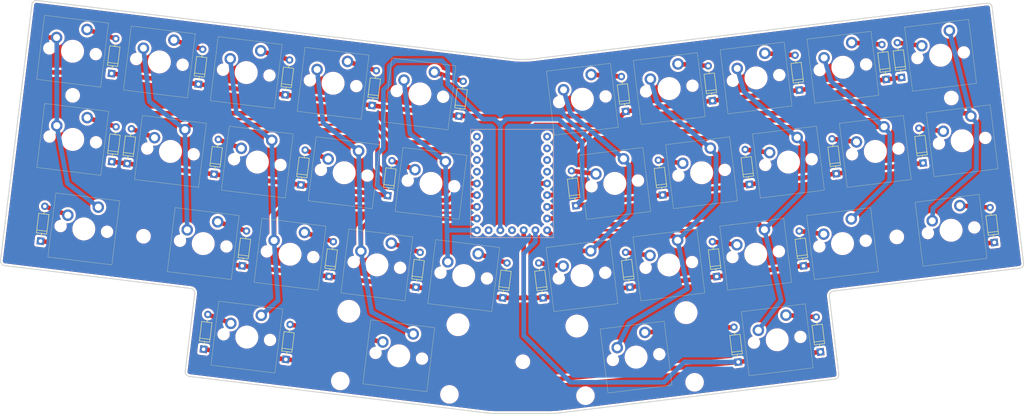
<source format=kicad_pcb>
(kicad_pcb (version 20211014) (generator pcbnew)
  (layers (0 "F.Cu" signal) (31 "B.Cu" signal) (34 "B.Paste" user) (35 "F.Paste" user) (36 "B.SilkS" user "B.Silkscreen") (37 "F.SilkS" user "F.Silkscreen") (38 "B.Mask" user) (39 "F.Mask" user) (44 "Edge.Cuts" user))
  (net 0 "")
  (net 1 "l3")
  (net 2 "Net-(D5-Pad2)")
  (net 3 "Net-(D7-Pad2)")
  (net 4 "Net-(D9-Pad2)")
  (net 5 "Net-(D10-Pad2)")
  (net 6 "l2")
  (net 7 "Net-(D18-Pad2)")
  (net 8 "Net-(D19-Pad2)")
  (net 9 "Net-(D20-Pad2)")
  (net 10 "l0")
  (net 11 "l1")
  (net 12 "Net-(D22-Pad2)")
  (net 13 "Net-(D23-Pad2)")
  (net 14 "Net-(D24-Pad2)")
  (net 15 "Net-(D25-Pad2)")
  (net 16 "Net-(D26-Pad2)")
  (net 17 "Net-(D27-Pad2)")
  (net 18 "Net-(D30-Pad2)")
  (net 19 "Net-(D1-Pad1)")
  (net 20 "Net-(D32-Pad2)")
  (net 21 "Net-(D34-Pad2)")
  (net 22 "GND")
  (net 23 "c0")
  (net 24 "c1")
  (net 25 "c2")
  (net 26 "c3")
  (net 27 "c4")
  (net 28 "c5")
  (net 29 "c6")
  (net 30 "c7")
  (net 31 "c8")
  (net 32 "c9")
  (net 33 "Net-(D12-Pad2)")
  (net 36 "Net-(D21-Pad2)")
  (net 37 "Net-(D6-Pad2)")
  (net 40 "Net-(D8-Pad2)")
  (net 41 "Net-(D13-Pad2)")
  (net 42 "Net-(D14-Pad2)")
  (net 43 "Net-(D15-Pad2)")
  (net 44 "Net-(D16-Pad2)")
  (net 45 "Net-(D28-Pad2)")
  (net 46 "Net-(D33-Pad2)")
  (net 51 "Net-(D31-Pad2)")
  (net 52 "Net-(SW1-Pad1)")
  (net 53 "Net-(SW2-Pad1)")
  (net 54 "Net-(SW3-Pad1)")
  (net 55 "Net-(SW4-Pad1)")
  (net 56 "Net-(SW17-Pad2)")
  (net 57 "Net-(SW29-Pad2)")
  (net 58 "Net-(SW11-Pad1)")
  (footprint "keyb-libs:MX-5pin" (layer "F.Cu") (at 245.348381 105.087593 7)
    (fp_text reference "SW30" hide)
    (fp_text value "key" hide)
  )
  (footprint "keyb-libs:MX-5pin" (layer "F.Cu") (at 132.400644 94.912406 -7)
    (fp_text reference "SW15" hide)
    (fp_text value "key" hide)
  )
  (footprint "keyb-libs:Diode" (layer "F.Cu") (at 123.003406 97.551418 83)
    (fp_text reference "D15" hide)
    (fp_text value "Diode" hide)
  )
  (footprint "keyb-libs:MX-5pin" (layer "F.Cu") (at 92.284813 70.844115 -7)
    (fp_text reference "SW3" hide)
    (fp_text value "key" hide)
  )
  (footprint "keyb-libs:Diode" (layer "F.Cu") (at 239.278865 90.482996 97)
    (fp_text reference "D20" hide)
    (fp_text value "Diode" hide)
  )
  (footprint "keyb-libs:MX-5pin" (layer "F.Cu") (at 94.68389 90.281371 -7)
    (fp_text reference "SW13" hide)
    (fp_text value "key" hide)
  )
  (footprint "keyb-libs:MX-5pin" (layer "F.Cu") (at 221.77541 107.98199 7)
    (fp_text reference "SW29" hide)
    (fp_text value "key" hide)
  )
  (footprint "keyb-libs:Diode" (layer "F.Cu") (at 199.121255 133.699104 97)
    (fp_text reference "D33" hide)
    (fp_text value "Diode" hide)
  )
  (footprint "keyb-libs:MX-5pin" (layer "F.Cu") (at 184.142215 74.317392 7)
    (fp_text reference "SW7" hide)
    (fp_text value "key" hide)
  )
  (footprint "keyb-libs:MX-5pin" (layer "F.Cu") (at 82.939184 107.98199 -7)
    (fp_text reference "SW22" hide)
    (fp_text value "key" hide)
  )
  (footprint "keyb-libs:MX-5pin" (layer "F.Cu") (at 228.88908 87.965854 7)
    (fp_text reference "SW19" hide)
    (fp_text value "key" hide)
  )
  (footprint "keyb-libs:Diode" (layer "F.Cu") (at 212.39783 74.640885 97)
    (fp_text reference "D8" hide)
    (fp_text value "Diode" hide)
  )
  (footprint "keyb-libs:MX-5pin" (layer "F.Cu") (at 184.058656 112.613025 7)
    (fp_text reference "SW27" hide)
    (fp_text value "key" hide)
  )
  (footprint "keyb-libs:MX-5pin" (layer "F.Cu") (at 111.14319 73.159633 -7)
    (fp_text reference "SW4" hide)
    (fp_text value "key" hide)
  )
  (footprint "keyb-libs:Diode" (layer "F.Cu") (at 220.420488 92.798513 97)
    (fp_text reference "D19" hide)
    (fp_text value "Diode" hide)
  )
  (footprint "MountingHole:MountingHole_2.2mm_M2" (layer "F.Cu") (at 69.97405 106.390072)
    (fp_text reference "H1" hide)
    (fp_text value "MountingHole" hide)
  )
  (footprint "keyb-libs:Diode" (layer "F.Cu") (at 194.44844 115.130167 97)
    (fp_text reference "D28" hide)
    (fp_text value "Diode" hide)
  )
  (footprint "keyb-libs:MX-5pin" (layer "F.Cu") (at 172.31395 94.912407 7)
    (fp_text reference "SW16" hide)
    (fp_text value "key" hide)
  )
  (footprint "keyb-libs:Diode" (layer "F.Cu") (at 163.845357 99.745066 97)
    (fp_text reference "D16" hide)
    (fp_text value "Diode" hide)
  )
  (footprint "keyb-libs:Diode" (layer "F.Cu") (at 119.611783 77.992292 83)
    (fp_text reference "D4" hide)
    (fp_text value "Diode" hide)
  )
  (footprint "keyb-libs:MX-5pin" (layer "F.Cu") (at 207.589847 128.866444 7)
    (fp_text reference "SW34" hide)
    (fp_text value "key" hide)
  )
  (footprint "keyb-libs:MX-5pin" (layer "F.Cu") (at 130.001567 75.47515 -7)
    (fp_text reference "SW5" hide)
    (fp_text value "key" hide)
  )
  (footprint "keyb-libs:Diode" (layer "F.Cu") (at 234.60605 71.914059 97)
    (fp_text reference "D10" hide)
    (fp_text value "Diode" hide)
  )
  (footprint "keyb-libs:MX-5pin" (layer "F.Cu") (at 120.655938 112.613025 -7)
    (fp_text reference "SW24" hide)
    (fp_text value "key" hide)
  )
  (footprint "keyb-libs:MX-5pin" (layer "F.Cu") (at 203.000592 72.001874 7)
    (fp_text reference "SW8" hide)
    (fp_text value "key" hide)
  )
  (footprint "keyb-libs:Diode" (layer "F.Cu") (at 85.286652 92.920383 83)
    (fp_text reference "D13" hide)
    (fp_text value "Diode" hide)
  )
  (footprint "keyb-libs:Diode" (layer "F.Cu") (at 156.731687 119.761202 97)
    (fp_text reference "D26" hide)
    (fp_text value "Diode" hide)
  )
  (footprint "keyb-libs:Diode" (layer "F.Cu") (at 254.745619 107.726604 97)
    (fp_text reference "D30" hide)
    (fp_text value "Diode" hide)
  )
  (footprint "keyb-libs:MX-5pin" (layer "F.Cu") (at 113.542267 92.596889 -7)
    (fp_text reference "SW14" hide)
    (fp_text value "key" hide)
  )
  (footprint "keyb-libs:Diode" (layer "F.Cu") (at 66.428275 90.604865 83)
    (fp_text reference "D12" hide)
    (fp_text value "Diode" hide)
  )
  (footprint "keyb-libs:MX-5pin" (layer "F.Cu") (at 247.747457 85.650337 7)
    (fp_text reference "SW20" hide)
    (fp_text value "key" hide)
  )
  (footprint "keyb-libs:Diode" (layer "F.Cu") (at 63.078432 90.193556 83)
    (fp_text reference "D11" hide)
    (fp_text value "Diode" hide)
  )
  (footprint "keyb-libs:MX-5pin" (layer "F.Cu") (at 243.074643 67.081399 7)
    (fp_text reference "SW10" hide)
    (fp_text value "key" hide)
  )
  (footprint "keyb-libs:Diode" (layer "F.Cu") (at 147.982908 119.761202 83)
    (fp_text reference "D25" hide)
    (fp_text value "Diode" hide)
  )
  (footprint "keyb-libs:Diode" (layer "F.Cu") (at 213.306817 112.814649 97)
    (fp_text reference "D29" hide)
    (fp_text value "Diode" hide)
  )
  (footprint "keyb-libs:Diode" (layer "F.Cu") (at 110.266154 115.130167 83)
    (fp_text reference "D23" hide)
    (fp_text value "Diode" hide)
  )
  (footprint "keyb-libs:MX-5pin" (layer "F.Cu") (at 210.030704 90.281372 7)
    (fp_text reference "SW18" hide)
    (fp_text value "key" hide)
  )
  (footprint "keyb-libs:MX-5pin" (layer "F.Cu") (at 73.426436 68.528598 -7)
    (fp_text reference "SW2" hide)
    (fp_text value "key" hide)
  )
  (footprint "keyb-libs:MX-5pin" (layer "F.Cu") (at 139.514315 114.928542 -7)
    (fp_text reference "SW25" hide)
    (fp_text value "key" hide)
  )
  (footprint "keyb-libs:MX-5pin_stab" (layer "F.Cu") (at 176.944985 132.62916 7)
    (fp_text reference "SW33" hide)
    (fp_text value "key" hide)
  )
  (footprint "MountingHole:MountingHole_2.2mm_M2" (layer "F.Cu") (at 152.357297 133.638334)
    (fp_text reference "H5" hide)
    (fp_text value "MountingHole" hide)
  )
  (footprint "keyb-libs:MX-5pin" (layer "F.Cu") (at 221.858969 69.686357 7)
    (fp_text reference "SW9" hide)
    (fp_text value "key" hide)
  )
  (footprint "keyb-libs:Diode" (layer "F.Cu") (at 138.47016 80.30781 83)
    (fp_text reference "D5" hide)
    (fp_text value "Diode" hide)
  )
  (footprint "keyb-libs:Diode" (layer "F.Cu") (at 91.407777 112.814649 83)
    (fp_text reference "D22" hide)
    (fp_text value "Diode" hide)
  )
  (footprint "keyb-libs:Diode" (layer "F.Cu") (at 193.539453 76.956403 97)
    (fp_text reference "D7" hide)
    (fp_text value "Diode" hide)
  )
  (footprint "keyb-libs:Diode" (layer "F.Cu") (at 129.124531 117.445684 83)
    (fp_text reference "D24" hide)
    (fp_text value "Diode" hide)
  )
  (footprint "keyb-libs:Diode" (layer "F.Cu") (at 174.681077 79.27192 97)
    (fp_text reference "D6" hide)
    (fp_text value "Diode" hide)
  )
  (footprint "MountingHole:MountingHole_2.2mm_M2" (layer "F.Cu") (at 54.58895 75.786989)
    (fp_text reference "H2" hide)
    (fp_text value "MountingHole" hide)
  )
  (footprint "keyb-libs:MX-5pin" (layer "F.Cu") (at 54.609839 85.360897 -7)
    (fp_text reference "SW11" hide)
    (fp_text value "key" hide)
  )
  (footprint "keyb-libs:Diode" (layer "F.Cu") (at 100.878745 133.120224 83)
    (fp_text reference "D32" hide)
    (fp_text value "Diode" hide)
  )
  (footprint "keyb-libs:MX-5pin" (layer "F.Cu") (at 101.797561 110.297507 -7)
    (fp_text reference "SW23" hide)
    (fp_text value "key" hide)
  )
  (footprint "MountingHole:MountingHole_2.2mm_M2" (layer "F.Cu") (at 245.411051 76.365868)
    (fp_text reference "H4" hide)
    (fp_text value "MountingHole" hide)
  )
  (footprint "keyb-libs:MX-5pin_stab" (layer "F.Cu") (at 125.412312 132.339721 -7)
    (fp_text reference "SW32" hide)
    (fp_text value "key" hide)
  )
  (footprint "keyb-libs:Diode" (layer "F.Cu") (at 175.590063 117.445684 97)
    (fp_text reference "D27" hide)
    (fp_text value "Diode" hide)
  )
  (footprint "keyb-libs:Diode" (layer "F.Cu") (at 182.703734 97.429548 97)
    (fp_text reference "D17" hide)
    (fp_text value "Diode" hide)
  )
  (footprint "keyb-libs:MX-5pin" (layer "F.Cu") (at 165.283838 76.632909 7)
    (fp_text reference "SW6" hide)
    (fp_text value "key" hide)
  )
  (footprint "keyb-libs:Diode" (layer "F.Cu") (at 231.256207 72.325368 97)
    (fp_text reference "D9" hide)
    (fp_text value "Diode" hide)
  )
  (footprint "keyb-libs:MX-5pin" (layer "F.Cu") (at 92.410152 128.287565 -7)
    (fp_text reference "SW31" hide)
    (fp_text value "key" hide)
  )
  (footprint "keyb-libs:Diode" (layer "F.Cu") (at 83.012914 130.926576 83)
    (fp_text reference "D31" hide)
    (fp_text value "Diode" hide)
  )
  (footprint "keyb-libs:MX-5pin" (layer "F.Cu") (at 165.200279 114.928542 7)
    (fp_text reference "SW26" hide)
    (fp_text value "key" hide)
  )
  (footprint "keyb-libs:MX-5pin" (layer "F.Cu") (at 54.568059 66.21308 -7)
    (fp_text reference "SW1" hide)
    (fp_text value "key" hide)
  )
  (footprint "keyb-libs:Diode" (layer "F.Cu") (at 216.987086 131.505456 97)
    (fp_text reference "D34" hide)
    (fp_text value "Diode" hide)
  )
  (footprint "keyb-libs:MX-5pin" (layer "F.Cu") (at 57.008916 104.798153 -7)
    (fp_text reference "SW21" hide)
    (fp_text value "key" hide)
  )
  (footprint "keyb-libs:Diode" (layer "F.Cu") (at 47.611678 107.437164 83)
    (fp_text reference "D21" hide)
    (fp_text value "Diode" hide)
  )
  (footprint "MountingHole:MountingHole_2.2mm_M2" (layer "F.Cu") (at 233.561896 106.534792)
    (fp_text reference "H3" hide)
    (fp_text value "MountingHole" hide)
  )
  (footprint "keyb-libs:MX-5pin" (layer "F.Cu") (at 202.917033 110.297507 7)
    (fp_text reference "SW28" hide)
    (fp_text value "key" hide)
  )
  (footprint "keyb-libs:Diode" (layer "F.Cu") (at 104.145029 95.2359 83)
    (fp_text reference "D14" hide)
    (fp_text value "Diode" hide)
  )
  (footprint "keyb-libs:MX-5pin" (layer "F.Cu") (at 191.172327 92.596889 7)
    (fp_text reference "SW17" hide)
    (fp_text value "key" hide)
  )
  (footprint "keyb-libs:Diode" (layer "F.Cu") (at 63.036653 71.04574 83)
    (fp_text reference "D1" hide)
    (fp_text value "Diode" hide)
  )
  (footprint "keyb-libs:Diode" (layer "F.Cu") (at 81.89503 73.361257 83)
    (fp_text reference "D2" hide)
    (fp_text value "Diode" hide)
  )
  (footprint "keyb-libs:Diode" (layer "F.Cu") (at 100.753407 75.676775 83)
    (fp_text reference "D3" hide)
    (fp_text value "Diode" hide)
  )
  (footprint "keyb-libs:MX-5pin" (layer "F.Cu") (at 75.825513 87.965854 -7)
    (fp_text reference "SW12" hide)
    (fp_text value "key" hide)
  )
  (footprint "keyb-libs:Diode" (layer "F.Cu") (at 201.562111 95.114031 97)
    (fp_text reference "D18" hide)
    (fp_text value "Diode" hide)
  )
  (footprint "keyb-libs:RP2040" (layer "B.Cu") (at 150 94.92 180)
    (fp_text reference "U1" hide)
    (fp_text value "RP2040" hide)
  )
  (gr_arc locked (start 220.96943 136.291227) (mid 220.764896 137.028756) (end 220.098754 137.405643) (layer "Edge.Cuts") (width 0.2))
  (gr_line locked (start 146.632545 144.87014) (end 158.082049 144.87014) (layer "Edge.Cuts") (width 0.2))
  (gr_arc locked (start 146.632545 144.87014) (mid 145.411574 144.832839) (end 144.195158 144.721063) (layer "Edge.Cuts") (width 0.2))
  (gr_arc locked (start 253.146162 55.769674) (mid 253.883668 55.974224) (end 254.260578 56.640351) (layer "Edge.Cuts") (width 0.2))
  (gr_arc locked (start 261.085261 112.222936) (mid 260.880724 112.960467) (end 260.214584 113.337351) (layer "Edge.Cuts") (width 0.2))
  (gr_line locked (start 160.519436 144.721063) (end 220.098754 137.405643) (layer "Edge.Cuts") (width 0.2))
  (gr_arc locked (start 160.519436 144.721063) (mid 159.30302 144.832833) (end 158.082049 144.87014) (layer "Edge.Cuts") (width 0.2))
  (gr_line locked (start 218.897652 119.417942) (end 220.96943 136.291227) (layer "Edge.Cuts") (width 0.2))
  (gr_line locked (start 79.901246 136.826763) (end 144.195158 144.721063) (layer "Edge.Cuts") (width 0.2))
  (gr_line locked (start 45.739422 56.061472) (end 38.914739 111.644056) (layer "Edge.Cuts") (width 0.2))
  (gr_line locked (start 154.794685 67.845717) (end 253.146162 55.769674) (layer "Edge.Cuts") (width 0.2))
  (gr_arc locked (start 218.897652 119.417942) (mid 219.102199 118.680428) (end 219.768328 118.303527) (layer "Edge.Cuts") (width 0.2))
  (gr_line locked (start 39.785416 112.758472) (end 80.231671 117.724648) (layer "Edge.Cuts") (width 0.2))
  (gr_arc locked (start 154.794685 67.845717) (mid 152.357298 67.994794) (end 149.919911 67.845717) (layer "Edge.Cuts") (width 0.2))
  (gr_line locked (start 254.260578 56.640351) (end 261.085261 112.222936) (layer "Edge.Cuts") (width 0.2))
  (gr_line locked (start 81.102348 118.839063) (end 79.030569 135.712348) (layer "Edge.Cuts") (width 0.2))
  (gr_arc locked (start 80.231671 117.724648) (mid 80.897814 118.101533) (end 81.102348 118.839063) (layer "Edge.Cuts") (width 0.2))
  (gr_line locked (start 219.768328 118.303527) (end 260.214584 113.337351) (layer "Edge.Cuts") (width 0.2))
  (gr_arc locked (start 45.739422 56.061472) (mid 46.116294 55.39529) (end 46.853838 55.190795) (layer "Edge.Cuts") (width 0.2))
  (gr_arc locked (start 79.901246 136.826763) (mid 79.235088 136.449883) (end 79.030569 135.712348) (layer "Edge.Cuts") (width 0.2))
  (gr_arc locked (start 39.785416 112.758472) (mid 39.119272 112.381585) (end 38.914739 111.644056) (layer "Edge.Cuts") (width 0.2))
  (gr_line locked (start 46.853838 55.190795) (end 149.919911 67.845717) (layer "Edge.Cuts") (width 0.2))
  (segment (start 133.141729 70.742564) (end 139.398804 72.744608) (width 1) (layer "F.Cu") (net 2))
  (segment (start 186.044186 68.965709) (end 192.61081 69.393201) (width 1) (layer "F.Cu") (net 3))
  (segment (start 223.76094 64.334674) (end 230.327564 64.762166) (width 1) (layer "F.Cu") (net 4))
  (segment (start 233.677406 64.350857) (end 238.983494 65.024654) (width 1) (layer "F.Cu") (net 5))
  (segment (start 63.078432 90.193556) (end 123.003406 97.551418) (width 1) (layer "F.Cu") (net 6))
  (segment (start 239.278865 90.482996) (end 163.845357 99.745066) (width 1) (layer "F.Cu") (net 6))
  (segment (start 148.73 80.95) (end 160.16 80.95) (width 1) (layer "B.Cu") (net 6))
  (segment (start 147.46 82.22) (end 146.19 80.95) (width 1) (layer "B.Cu") (net 6))
  (segment (start 147.46 105.08) (end 147.46 82.22) (width 1) (layer "B.Cu") (net 6))
  (segment (start 122.06 74.6) (end 122.06 87.3) (width 1) (layer "B.Cu") (net 6))
  (segment (start 120.79 88.57) (end 120.79 95.338012) (width 1) (layer "B.Cu") (net 6))
  (segment (start 120.79 95.338012) (end 123.003406 97.551418) (width 1) (layer "B.Cu") (net 6))
  (segment (start 160.16 80.95) (end 165.24 86.03) (width 1) (layer "B.Cu") (net 6))
  (segment (start 136.03 69.52) (end 134.76 68.25) (width 1) (layer "B.Cu") (net 6))
  (segment (start 146.19 80.95) (end 143.65 80.95) (width 1) (layer "B.Cu") (net 6))
  (segment (start 124.6 68.25) (end 123.33 69.52) (width 1) (layer "B.Cu") (net 6))
  (segment (start 165.24 86.03) (end 165.24 98.350423) (width 1) (layer "B.Cu") (net 6))
  (segment (start 147.46 82.22) (end 148.73 80.95) (width 1) (layer "B.Cu") (net 6))
  (segment (start 136.03 73.33) (end 136.03 69.52) (width 1) (layer "B.Cu") (net 6))
  (segment (start 122.06 87.3) (end 120.79 88.57) (width 1) (layer "B.Cu") (net 6))
  (segment (start 123.33 73.33) (end 122.06 74.6) (width 1) (layer "B.Cu") (net 6))
  (segment (start 134.76 68.25) (end 124.6 68.25) (width 1) (layer "B.Cu") (net 6))
  (segment (start 165.24 98.350423) (end 163.845357 99.745066) (width 1) (layer "B.Cu") (net 6))
  (segment (start 143.65 80.95) (end 136.03 73.33) (width 1) (layer "B.Cu") (net 6))
  (segment (start 123.33 69.52) (end 123.33 73.33) (width 1) (layer "B.Cu") (net 6))
  (segment (start 200.633467 87.550829) (end 205.939554 88.224626) (width 1) (layer "F.Cu") (net 7))
  (segment (start 219.491844 85.235311) (end 224.797931 85.909108) (width 1) (layer "F.Cu") (net 8))
  (segment (start 238.350221 82.919794) (end 243.656308 83.593591) (width 1) (layer "F.Cu") (net 9))
  (segment (start 216.987086 131.505456) (end 199.121255 133.699104) (width 1) (layer "F.Cu") (net 10))
  (segment (start 83.012914 130.926576) (end 100.878745 133.120224) (width 1) (layer "F.Cu") (net 10))
  (segment (start 100.878745 133.120224) (end 152.54 138.1) (width 1) (layer "F.Cu") (net 10))
  (segment (start 152.54 138.1) (end 199.121255 133.699104) (width 1) (layer "F.Cu") (net 10))
  (segment (start 152.54 110.16) (end 152.54 127.94) (width 1) (layer "B.Cu") (net 10))
  (segment (start 162.7 138.1) (end 183.02 138.1) (width 1) (layer "B.Cu") (net 10))
  (segment (start 183.02 138.1) (end 187.420896 133.699104) (width 1) (layer "B.Cu") (net 10))
  (segment (start 152.54 127.94) (end 162.7 138.1) (width 1) (layer "B.Cu") (net 10))
  (segment (start 155.08 107.62) (end 152.54 110.16) (width 1) (layer "B.Cu") (net 10))
  (segment (start 187.420896 133.699104) (end 199.121255 133.699104) (width 1) (layer "B.Cu") (net 10))
  (segment (start 155.08 105.08) (end 155.08 107.62) (width 1) (layer "B.Cu") (net 10))
  (segment (start 153.098798 119.761202) (end 156.731687 119.761202) (width 1) (layer "F.Cu") (net 11))
  (segment (start 152.54 105.08) (end 152.54 119.202404) (width 1) (layer "F.Cu") (net 11))
  (segment (start 147.982908 119.761202) (end 153.098798 119.761202) (width 1) (layer "F.Cu") (net 11))
  (segment (start 152.54 119.202404) (end 153.098798 119.761202) (width 1) (layer "F.Cu") (net 11))
  (segment (start 47.611678 107.437164) (end 147.982908 119.761202) (width 1) (layer "F.Cu") (net 11))
  (segment (start 254.745619 107.726604) (end 156.731687 119.761202) (width 1) (layer "F.Cu") (net 11))
  (segment (start 86.079347 103.249404) (end 92.336421 105.251447) (width 1) (layer "F.Cu") (net 12))
  (segment (start 104.937724 105.564922) (end 111.194798 107.566965) (width 1) (layer "F.Cu") (net 13))
  (segment (start 123.796101 107.880439) (end 130.053175 109.882482) (width 1) (layer "F.Cu") (net 14))
  (segment (start 142.654478 110.195957) (end 148.911552 112.198) (width 1) (layer "F.Cu") (net 15))
  (segment (start 155.803043 112.198) (end 161.10913 112.871797) (width 1) (layer "F.Cu") (net 16))
  (segment (start 174.661419 109.882482) (end 179.967506 110.556279) (width 1) (layer "F.Cu") (net 17))
  (segment (start 247.250352 99.73591) (end 253.816975 100.163402) (width 1) (layer "F.Cu") (net 18))
  (segment (start 234.60605 71.914059) (end 174.681077 79.27192) (width 1) (layer "F.Cu") (net 19))
  (segment (start 174.681077 79.27192) (end 173.645187 80.30781) (width 1) (layer "F.Cu") (net 19))
  (segment (start 63.036653 71.04574) (end 138.47016 80.30781) (width 1) (layer "F.Cu") (net 19))
  (segment (start 173.645187 80.30781) (end 138.47016 80.30781) (width 1) (layer "F.Cu") (net 19))
  (segment (start 101.807389 125.557022) (end 121.940259 129.354332) (width 1) (layer "F.Cu") (net 20))
  (segment (start 209.491818 123.514761) (end 216.058442 123.942253) (width 1) (layer "F.Cu") (net 21))
  (segment (start 138.57 93.65) (end 138.57 87.3) (width 1) (layer "F.Cu") (net 23))
  (segment (start 51.096006 63.227691) (end 48.342309 63.227691) (width 1) (layer "F.Cu") (net 23))
  (segment (start 138.57 87.3) (end 137.3 86.03) (width 1) (layer "F.Cu") (net 23))
  (segment (start 48.342309 63.227691) (end 47.13 64.44) (width 1) (layer "F.Cu") (net 23))
  (segment (start 66.18 79.68) (end 57.29 70.79) (width 1) (layer "F.Cu") (net 23))
  (segment (start 101.74 79.68) (end 66.18 79.68) (width 1) (layer "F.Cu") (net 23))
  (segment (start 124.6 86.03) (end 119.52 80.95) (width 1) (layer "F.Cu") (net 23))
  (segment (start 48.4 70.79) (end 47.13 69.52) (width 1) (layer "F.Cu") (net 23))
  (segment (start 103.01 80.95) (end 101.74 79.68) (width 1) (layer "F.Cu") (net 23))
  (segment (start 137.3 86.03) (end 124.6 86.03) (width 1) (layer "F.Cu") (net 23))
  (segment (start 57.29 70.79) (end 48.4 70.79) (width 1) (layer "F.Cu") (net 23))
  (segment (start 47.13 69.52) (end 47.13 64.44) (width 1) (layer "F.Cu") (net 23))
  (segment (start 139.84 94.92) (end 138.57 93.65) (width 1) (layer "F.Cu") (net 23))
  (segment (start 119.52 80.95) (end 103.01 80.95) (width 1) (layer "F.Cu") (net 23))
  (segment (start 142.38 94.92) (end 139.84 94.92) (width 1) (layer "F.Cu") (net 23))
  (segment (start 51.137786 63.269471) (end 51.137786 82.375508) (width 1) (layer "B.Cu") (net 23))
  (segment (start 51.096006 63.227691) (end 51.137786 63.269471) (width 1) (layer "B.Cu") (net 23))
  (segment (start 53.48 94.92) (end 60.149079 100.065567) (width 1) (layer "B.Cu") (net 23))
  (segment (start 51.137786 82.375508) (end 53.48 94.92) (width 1) (layer "B.Cu") (net 23))
  (segment (start 120.79 91.11) (end 128.28 98.6) (width 1) (layer "F.Cu") (net 24))
  (segment (start 118.158785 83.398785) (end 120.79 86.03) (width 1) (layer "F.Cu") (net 24))
  (segment (start 78.965676 83.233268) (end 79.978944 82.22) (width 1) (layer "F.Cu") (net 24))
  (segment (start 120.79 86.03) (end 120.79 91.11) (width 1) (layer "F.Cu") (net 24))
  (segment (start 137.3 97.46) (end 142.38 97.46) (width 1) (layer "F.Cu") (net 24))
  (segment (start 128.28 98.6) (end 136.16 98.6) (width 1) (layer "F.Cu") (net 24))
  (segment (start 101.648785 83.398785) (end 118.158785 83.398785) (width 1) (layer "F.Cu") (net 24))
  (segment (start 100.47 82.22) (end 101.648785 83.398785) (width 1) (layer "F.Cu") (net 24))
  (segment (start 136.16 98.6) (end 137.3 97.46) (width 1) (layer "F.Cu") (net 24))
  (segment (start 79.978944 82.22) (end 100.47 82.22) (width 1) (layer "F.Cu") (net 24))
  (segment (start 78.965676 83.233268) (end 79.467131 104.996601) (width 1) (layer "B.Cu") (net 24))
  (segment (start 71.26 77.14) (end 78.965676 83.233268) (width 1) (layer "B.Cu") (net 24))
  (segment (start 69.954383 65.543209) (end 71.26 77.14) (width 1) (layer "B.Cu") (net 24))
  (segment (start 142.38 100) (end 100.47 100) (width 1) (layer "F.Cu") (net 25))
  (segment (start 100.47 100) (end 98.325508 102.144492) (width 1) (layer "F.Cu") (net 25))
  (segment (start 98.325508 102.144492) (end 98.325508 107.312118) (width 1) (layer "F.Cu") (net 25))
  (segment (start 98.325508 107.312118) (end 99.2 120.32) (width 1) (layer "B.Cu") (net 25))
  (segment (start 97.824053 85.548785) (end 98.325508 107.312118) (width 1) (layer "B.Cu") (net 25))
  (segment (start 90.118377 79.455517) (end 97.824053 85.548785) (width 1) (layer "B.Cu") (net 25))
  (segment (start 99.2 120.32) (end 95.550315 123.554979) (width 1) (layer "B.Cu") (net 25))
  (segment (start 88.81276 67.858726) (end 90.118377 79.455517) (width 1) (layer "B.Cu") (net 25))
  (segment (start 119.52 102.54) (end 117.183885 104.876115) (width 1) (layer "F.Cu") (net 26))
  (segment (start 142.38 102.54) (end 119.52 102.54) (width 1) (layer "F.Cu") (net 26))
  (segment (start 117.183885 104.876115) (end 117.183885 109.627636) (width 1) (layer "F.Cu") (net 26))
  (segment (start 117.183885 109.627636) (end 119.52 122.86) (width 1) (layer "B.Cu") (net 26))
  (segment (start 108.976754 81.771035) (end 116.68243 87.864303) (width 1) (layer "B.Cu") (net 26))
  (segment (start 116.68243 87.864303) (end 117.183885 109.627636) (width 1) (layer "B.Cu") (net 26))
  (segment (start 107.671137 70.174244) (end 108.976754 81.771035) (width 1) (layer "B.Cu") (net 26))
  (segment (start 119.52 122.86) (end 128.552475 127.607135) (width 1) (layer "B.Cu") (net 26))
  (segment (start 127.835131 84.086552) (end 135.540807 90.17982) (width 1) (layer "B.Cu") (net 27))
  (segment (start 135.540807 90.17982) (end 135.887412 105.222588) (width 1) (layer "B.Cu") (net 27))
  (segment (start 142.38 105.08) (end 136.03 105.08) (width 1) (layer "B.Cu") (net 27))
  (segment (start 126.529514 72.489761) (end 127.835131 84.086552) (width 1) (layer "B.Cu") (net 27))
  (segment (start 135.887412 105.222588) (end 136.042262 111.943153) (width 1) (layer "B.Cu") (net 27))
  (segment (start 136.03 105.08) (end 135.887412 105.222588) (width 1) (layer "B.Cu") (net 27))
  (segment (start 162.116859 109.576859) (end 157.62 105.08) (width 1) (layer "F.Cu") (net 28))
  (segment (start 167.10225 109.576859) (end 162.116859 109.576859) (width 1) (layer "F.Cu") (net 28))
  (segment (start 167.10225 109.576859) (end 175.4 101.27) (width 1) (layer "B.Cu") (net 28))
  (segment (start 162.7 79.68) (end 161.192689 74.576164) (width 1) (layer "B.Cu") (net 28))
  (segment (start 174.215921 89.560724) (end 162.7 79.68) (width 1) (layer "B.Cu") (net 28))
  (segment (start 175.4 101.27) (end 175.465921 91.11) (width 1) (layer "B.Cu") (net 28))
  (segment (start 175.465921 91.11) (end 174.215921 89.560724) (width 1) (layer "B.Cu") (net 28))
  (segment (start 162.7 106.35) (end 185.049285 106.35) (width 1) (layer "F.Cu") (net 29))
  (segment (start 185.049285 106.35) (end 185.960627 107.261342) (width 1) (layer "F.Cu") (net 29))
  (segment (start 158.89 102.54) (end 162.7 106.35) (width 1) (layer "F.Cu") (net 29))
  (segment (start 157.62 102.54) (end 158.89 102.54) (width 1) (layer "F.Cu") (net 29))
  (segment (start 181.558377 77.364483) (end 180.051066 72.260647) (width 1) (layer "B.Cu") (net 29))
  (segment (start 188.1 117.78) (end 175.4 125.4) (width 1) (layer "B.Cu") (net 29))
  (segment (start 185.960627 107.261341) (end 194.258377 98.954482) (width 1) (layer "B.Cu") (net 29))
  (segment (start 185.960627 107.261342) (end 188.1 117.78) (width 1) (layer "B.Cu") (net 29))
  (segment (start 193.074298 87.245207) (end 181.558377 77.364483) (width 1) (layer "B.Cu") (net 29))
  (segment (start 194.258377 98.954482) (end 194.324298 88.794482) (width 1) (layer "B.Cu") (net 29))
  (segment (start 194.324298 88.794482) (end 193.074298 87.245206) (width 1) (layer "B.Cu") (net 29))
  (segment (start 175.4 125.4) (end 172.853836 130.572415) (width 1) (layer "B.Cu") (net 29))
  (segment (start 163.97 103.81) (end 203.68318 103.81) (width 1) (layer "F.Cu") (net 30))
  (segment (start 160.16 100) (end 163.97 103.81) (width 1) (layer "F.Cu") (net 30))
  (segment (start 157.62 100) (end 160.16 100) (width 1) (layer "F.Cu") (net 30))
  (segment (start 203.68318 103.81) (end 204.819004 104.945824) (width 1) (layer "F.Cu") (net 30))
  (segment (start 200.416754 75.048965) (end 198.909443 69.945129) (width 1) (layer "B.Cu") (net 30))
  (segment (start 204.819004 104.945824) (end 208.42 120.32) (width 1) (layer "B.Cu") (net 30))
  (segment (start 211.932675 84.929689) (end 200.416754 75.048965) (width 1) (layer "B.Cu") (net 30))
  (segment (start 213.116754 96.638965) (end 213.182675 86.478965) (width 1) (layer "B.Cu") (net 30))
  (segment (start 204.819004 104.945824) (end 213.116754 96.638965) (width 1) (layer "B.Cu") (net 30))
  (segment (start 208.42 120.32) (end 203.498698 126.809699) (width 1) (layer "B.Cu") (net 30))
  (segment (start 213.182675 86.478965) (end 211.932675 84.929689) (width 1) (layer "B.Cu") (net 30))
  (segment (start 157.62 97.46) (end 158.89 97.46) (width 1) (layer "F.Cu") (net 31))
  (segment (start 167.65 83.62) (end 194.58 83.62) (width 1) (layer "F.Cu") (net 31))
  (segment (start 227.73 81.21) (end 229.134171 82.614171) (width 1) (layer "F.Cu") (net 31))
  (segment (start 160.16 96.19) (end 160.16 91.11) (width 1) (layer "F.Cu") (net 31))
  (segment (start 158.89 97.46) (end 160.16 96.19) (width 1) (layer "F.Cu") (net 31))
  (segment (start 160.16 91.11) (end 167.65 83.62) (width 1) (layer "F.Cu") (net 31))
  (segment (start 194.58 83.62) (end 196.99 81.21) (width 1) (layer "F.Cu") (net 31))
  (segment (start 196.99 81.21) (end 227.73 81.21) (width 1) (layer "F.Cu") (net 31))
  (segment (start 229.134171 82.614171) (end 230.791051 82.614171) (width 1) (layer "F.Cu") (net 31))
  (segment (start 230.791052 82.614172) (end 219.275131 72.733448) (width 1) (layer "B.Cu") (net 31))
  (segment (start 219.275131 72.733448) (end 217.76782 67.629612) (width 1) (layer "B.Cu") (net 31))
  (segment (start 223.67738 102.630306) (end 231.97513 94.323447) (width 1) (layer "B.Cu") (net 31))
  (segment (start 231.97513 94.323447) (end 232.041051 84.163447) (width 1) (layer "B.Cu") (net 31))
  (segment (start 232.041051 84.163447) (end 230.791051 82.614171) (width 1) (layer "B.Cu") (net 31))
  (segment (start 210.96 79.68) (end 213.5 77.14) (width 1) (layer "F.Cu") (net 32))
  (segment (start 155.08 82.22) (end 193.18 82.22) (width 1) (layer "F.Cu") (net 32))
  (segment (start 193.18 82.22) (end 195.72 79.68) (width 1) (layer "F.Cu") (net 32))
  (segment (start 213.5 77.14) (end 238.9 77.14) (width 1) (layer "F.Cu") (net 32))
  (segment (start 153.81 93.65) (end 153.81 83.49) (width 1) (layer "F.Cu") (net 32))
  (segment (start 153.81 83.49) (end 155.08 82.22) (width 1) (layer "F.Cu") (net 32))
  (segment (start 238.9 77.14) (end 241.44 79.68) (width 1) (layer "F.Cu") (net 32))
  (segment (start 241.44 79.68) (end 249.030774 79.68) (width 1) (layer "F.Cu") (net 32))
  (segment (start 155.08 94.92) (end 153.81 93.65) (width 1) (layer "F.Cu") (net 32))
  (segment (start 249.030774 79.68) (end 249.649428 80.298654) (width 1) (layer "F.Cu") (net 32))
  (segment (start 195.72 79.68) (end 210.96 79.68) (width 1) (layer "F.Cu") (net 32))
  (segment (start 157.62 94.92) (end 155.08 94.92) (width 1) (layer "F.Cu") (net 32))
  (segment (start 249.649428 80.298654) (end 244.976614 61.729716) (width 1) (layer "B.Cu") (net 32))
  (segment (start 241.44 100.314789) (end 250.833507 92.00793) (width 1) (layer "B.Cu") (net 32))
  (segment (start 250.833507 92.00793) (end 250.899428 81.84793) (width 1) (layer "B.Cu") (net 32))
  (segment (start 241.257232 103.030848) (end 241.44 100.314789) (width 1) (layer "B.Cu") (net 32))
  (segment (start 250.899428 81.84793) (end 249.649428 80.298654) (width 1) (layer "B.Cu") (net 32))
  (segment (start 67.356919 83.041664) (end 72.35346 84.980465) (width 1) (layer "F.Cu") (net 33))
  (segment (start 48.540322 99.873962) (end 53.536863 101.812764) (width 1) (layer "F.Cu") (net 36))
  (segment (start 167.185809 71.281226) (end 173.752433 71.708718) (width 1) (layer "F.Cu") (net 37))
  (segment (start 204.902563 66.650191) (end 211.469187 67.077683) (width 1) (layer "F.Cu") (net 40))
  (segment (start 86.215296 85.357181) (end 91.211837 87.295982) (width 1) (layer "F.Cu") (net 41))
  (segment (start 105.073673 87.672699) (end 110.070214 89.6115) (width 1) (layer "F.Cu") (net 42))
  (segment (start 123.93205 89.988216) (end 128.928591 91.927017) (width 1) (layer "F.Cu") (net 43))
  (segment (start 162.916713 92.181864) (end 168.2228 92.855661) (width 1) (layer "F.Cu") (net 44))
  (segment (start 193.519796 107.566965) (end 198.825883 108.240762) (width 1) (layer "F.Cu") (net 45))
  (segment (start 198.192611 126.135902) (end 178.846956 127.277477) (width 1) (layer "F.Cu") (net 46))
  (segment (start 83.941558 123.363374) (end 88.938099 125.302176) (width 1) (layer "F.Cu") (net 51))
  (segment (start 57.708222 61.480494) (end 63.965297 63.482538) (width 1) (layer "F.Cu") (net 52))
  (segment (start 76.566599 63.796011) (end 82.823674 65.798055) (width 1) (layer "F.Cu") (net 53))
  (segment (start 95.424976 66.111529) (end 101.682051 68.113573) (width 1) (layer "F.Cu") (net 54))
  (segment (start 114.283352 68.427046) (end 120.540427 70.42909) (width 1) (layer "F.Cu") (net 55))
  (segment (start 181.77509 89.866346) (end 187.081177 90.540143) (width 1) (layer "F.Cu") (net 56))
  (segment (start 212.378173 105.251447) (end 217.68426 105.925244) (width 1) (layer "F.Cu") (net 57))
  (segment (start 57.750002 80.628311) (end 64.007076 82.630354) (width 1) (layer "F.Cu") (net 58))
  (zone (net 0) (net_name "") (layers F&B.Cu) (connect_pads (clearance 0.508)) (min_thickness 0.254) (fill yes (thermal_gap 0.508) (thermal_bridge_width 0.508))
    (polygon (pts (arc (start 260.214584 113.337351) (mid 260.880724 112.960467) (end 261.085261 112.222936)) (arc (start 254.260578 56.640351) (mid 253.883668 55.974224) (end 253.146162 55.769674)) (arc (start 154.794685 67.845717) (mid 152.357298 67.994794) (end 149.919911 67.845717)) (arc (start 46.853838 55.190795) (mid 46.116294 55.39529) (end 45.739422 56.061472)) (arc (start 38.914739 111.644056) (mid 39.119272 112.381585) (end 39.785416 112.758472)) (arc (start 80.231671 117.724648) (mid 80.897814 118.101533) (end 81.102348 118.839063)) (arc (start 79.030569 135.712348) (mid 79.235088 136.449883) (end 79.901246 136.826763)) (arc (start 144.195158 144.721063) (mid 145.411574 144.832839) (end 146.632545 144.87014)) (arc (start 158.082049 144.87014) (mid 159.30302 144.832833) (end 160.519436 144.721063)) (arc (start 220.098754 137.405643) (mid 220.764896 137.028756) (end 220.96943 136.291227)) (arc (start 218.897652 119.417942) (mid 219.102199 118.680428) (end 219.768328 118.303527))))
  )
)
</source>
